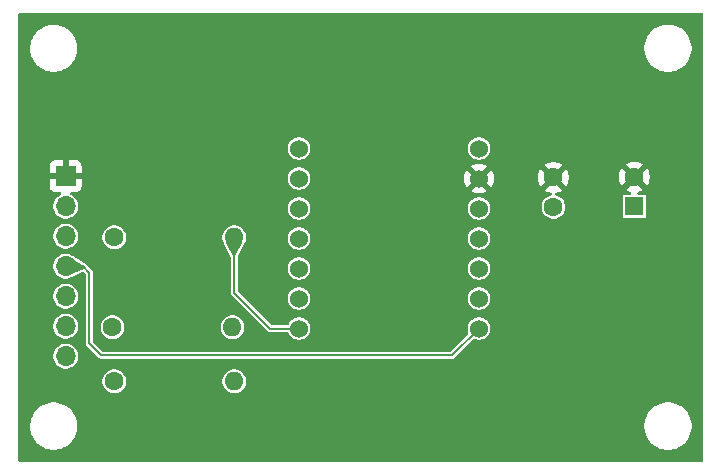
<source format=gbr>
G04 #@! TF.GenerationSoftware,KiCad,Pcbnew,9.0.0*
G04 #@! TF.CreationDate,2025-05-09T14:24:40+09:00*
G04 #@! TF.ProjectId,magnet_module,6d61676e-6574-45f6-9d6f-64756c652e6b,rev?*
G04 #@! TF.SameCoordinates,Original*
G04 #@! TF.FileFunction,Copper,L2,Bot*
G04 #@! TF.FilePolarity,Positive*
%FSLAX46Y46*%
G04 Gerber Fmt 4.6, Leading zero omitted, Abs format (unit mm)*
G04 Created by KiCad (PCBNEW 9.0.0) date 2025-05-09 14:24:40*
%MOMM*%
%LPD*%
G01*
G04 APERTURE LIST*
G04 #@! TA.AperFunction,ComponentPad*
%ADD10C,1.600000*%
G04 #@! TD*
G04 #@! TA.AperFunction,ComponentPad*
%ADD11O,1.600000X1.600000*%
G04 #@! TD*
G04 #@! TA.AperFunction,ComponentPad*
%ADD12R,1.700000X1.700000*%
G04 #@! TD*
G04 #@! TA.AperFunction,ComponentPad*
%ADD13O,1.700000X1.700000*%
G04 #@! TD*
G04 #@! TA.AperFunction,ComponentPad*
%ADD14R,1.600000X1.600000*%
G04 #@! TD*
G04 #@! TA.AperFunction,ComponentPad*
%ADD15C,1.524000*%
G04 #@! TD*
G04 #@! TA.AperFunction,ViaPad*
%ADD16C,0.600000*%
G04 #@! TD*
G04 #@! TA.AperFunction,Conductor*
%ADD17C,0.200000*%
G04 #@! TD*
G04 APERTURE END LIST*
D10*
G04 #@! TO.P,R1,1*
G04 #@! TO.N,Net-(J1-Pin_3)*
X109110225Y-80010000D03*
D11*
G04 #@! TO.P,R1,2*
G04 #@! TO.N,Net-(U1-PB08_A6_TX)*
X119270225Y-80010000D03*
G04 #@! TD*
D10*
G04 #@! TO.P,R3,1*
G04 #@! TO.N,Net-(J1-Pin_7)*
X109110225Y-92202000D03*
D11*
G04 #@! TO.P,R3,2*
G04 #@! TO.N,Net-(U1-PA8_A4_D4_SDA)*
X119270225Y-92202000D03*
G04 #@! TD*
D12*
G04 #@! TO.P,J1,1,Pin_1*
G04 #@! TO.N,GND*
X105000000Y-74840000D03*
D13*
G04 #@! TO.P,J1,2,Pin_2*
G04 #@! TO.N,+3V3*
X105000000Y-77380000D03*
G04 #@! TO.P,J1,3,Pin_3*
G04 #@! TO.N,Net-(J1-Pin_3)*
X105000000Y-79920000D03*
G04 #@! TO.P,J1,4,Pin_4*
G04 #@! TO.N,Net-(J1-Pin_4)*
X105000000Y-82460000D03*
G04 #@! TO.P,J1,5,Pin_5*
G04 #@! TO.N,Net-(J1-Pin_5)*
X105000000Y-85000000D03*
G04 #@! TO.P,J1,6,Pin_6*
G04 #@! TO.N,Net-(J1-Pin_6)*
X105000000Y-87540000D03*
G04 #@! TO.P,J1,7,Pin_7*
G04 #@! TO.N,Net-(J1-Pin_7)*
X105000000Y-90080000D03*
G04 #@! TD*
D10*
G04 #@! TO.P,C1,1*
G04 #@! TO.N,GND*
X146304000Y-74950000D03*
G04 #@! TO.P,C1,2*
G04 #@! TO.N,+3V3*
X146304000Y-77450000D03*
G04 #@! TD*
D14*
G04 #@! TO.P,C2,1*
G04 #@! TO.N,+3V3*
X153162000Y-77405113D03*
D10*
G04 #@! TO.P,C2,2*
G04 #@! TO.N,GND*
X153162000Y-74905113D03*
G04 #@! TD*
G04 #@! TO.P,R2,1*
G04 #@! TO.N,Net-(J1-Pin_6)*
X108966000Y-87630000D03*
D11*
G04 #@! TO.P,R2,2*
G04 #@! TO.N,Net-(U1-PA11_A3_D3)*
X119126000Y-87630000D03*
G04 #@! TD*
D15*
G04 #@! TO.P,U1,1,PA02_A0_D0*
G04 #@! TO.N,unconnected-(U1-PA02_A0_D0-Pad1)*
X124760000Y-72500000D03*
G04 #@! TO.P,U1,2,PA4_A1_D1*
G04 #@! TO.N,Net-(J1-Pin_5)*
X124760000Y-75040000D03*
G04 #@! TO.P,U1,3,PA10_A2_D2*
G04 #@! TO.N,unconnected-(U1-PA10_A2_D2-Pad3)*
X124760000Y-77580000D03*
G04 #@! TO.P,U1,4,PA11_A3_D3*
G04 #@! TO.N,Net-(U1-PA11_A3_D3)*
X124760000Y-80120000D03*
G04 #@! TO.P,U1,5,PA8_A4_D4_SDA*
G04 #@! TO.N,Net-(U1-PA8_A4_D4_SDA)*
X124760000Y-82660000D03*
G04 #@! TO.P,U1,6,PA9_A5_D5_SCL*
G04 #@! TO.N,unconnected-(U1-PA9_A5_D5_SCL-Pad6)*
X124760000Y-85200000D03*
G04 #@! TO.P,U1,7,PB08_A6_TX*
G04 #@! TO.N,Net-(U1-PB08_A6_TX)*
X124760000Y-87740000D03*
G04 #@! TO.P,U1,8,PB09_D7_RX*
G04 #@! TO.N,Net-(J1-Pin_4)*
X140000000Y-87740000D03*
G04 #@! TO.P,U1,9,PA7_A8_D8_SCK*
G04 #@! TO.N,unconnected-(U1-PA7_A8_D8_SCK-Pad9)*
X140000000Y-85200000D03*
G04 #@! TO.P,U1,10,PA5_A9_D9_MISO*
G04 #@! TO.N,unconnected-(U1-PA5_A9_D9_MISO-Pad10)*
X140000000Y-82660000D03*
G04 #@! TO.P,U1,11,PA6_A10_D10_MOSI*
G04 #@! TO.N,unconnected-(U1-PA6_A10_D10_MOSI-Pad11)*
X140000000Y-80120000D03*
G04 #@! TO.P,U1,12,3V3*
G04 #@! TO.N,+3V3*
X140000000Y-77580000D03*
G04 #@! TO.P,U1,13,GND*
G04 #@! TO.N,GND*
X140000000Y-75040000D03*
G04 #@! TO.P,U1,14,5V*
G04 #@! TO.N,unconnected-(U1-5V-Pad14)*
X140000000Y-72500000D03*
G04 #@! TD*
D16*
G04 #@! TO.N,GND*
X137500000Y-87500000D03*
X137500000Y-97500000D03*
X147500000Y-97500000D03*
X132500000Y-92500000D03*
X127500000Y-72500000D03*
X112500000Y-82500000D03*
X117500000Y-97500000D03*
X137500000Y-92500000D03*
X117500000Y-62500000D03*
X117500000Y-77500000D03*
X127500000Y-97500000D03*
X112500000Y-72500000D03*
X132500000Y-72500000D03*
X122500000Y-97500000D03*
X147500000Y-62500000D03*
X147500000Y-87500000D03*
X127500000Y-62500000D03*
X137500000Y-62500000D03*
X152500000Y-82500000D03*
X137500000Y-77500000D03*
X132500000Y-77500000D03*
X132500000Y-82500000D03*
X102500000Y-77500000D03*
X122500000Y-62500000D03*
X132500000Y-62500000D03*
X147500000Y-92500000D03*
X132500000Y-87500000D03*
X152500000Y-87500000D03*
X132500000Y-97500000D03*
X127500000Y-87500000D03*
X142500000Y-62500000D03*
X127500000Y-92500000D03*
X157500000Y-72500000D03*
X157500000Y-82500000D03*
X112500000Y-97500000D03*
X157500000Y-77500000D03*
X142500000Y-92500000D03*
X117500000Y-82500000D03*
X117500000Y-72500000D03*
X137500000Y-72500000D03*
X127500000Y-82500000D03*
X147500000Y-72500000D03*
X127500000Y-77500000D03*
X102500000Y-87500000D03*
X112500000Y-92500000D03*
X147500000Y-82500000D03*
X137500000Y-82500000D03*
X157500000Y-87500000D03*
X122500000Y-92500000D03*
X142500000Y-97500000D03*
X112500000Y-62500000D03*
X112500000Y-87500000D03*
X112500000Y-77500000D03*
X102500000Y-82500000D03*
G04 #@! TD*
D17*
G04 #@! TO.N,Net-(J1-Pin_4)*
X107000000Y-89000000D02*
X108000000Y-90000000D01*
X107000000Y-83000000D02*
X107000000Y-89000000D01*
X106460000Y-82460000D02*
X107000000Y-83000000D01*
X108000000Y-90000000D02*
X137740000Y-90000000D01*
X137740000Y-90000000D02*
X140000000Y-87740000D01*
X105000000Y-82460000D02*
X106460000Y-82460000D01*
G04 #@! TO.N,Net-(U1-PB08_A6_TX)*
X119270225Y-80010000D02*
X119270225Y-84692225D01*
X122318000Y-87740000D02*
X124760000Y-87740000D01*
X119270225Y-84692225D02*
X122318000Y-87740000D01*
G04 #@! TD*
G04 #@! TA.AperFunction,Conductor*
G04 #@! TO.N,GND*
G36*
X158943039Y-61019685D02*
G01*
X158988794Y-61072489D01*
X159000000Y-61124000D01*
X159000000Y-98876000D01*
X158980315Y-98943039D01*
X158927511Y-98988794D01*
X158876000Y-99000000D01*
X101124000Y-99000000D01*
X101056961Y-98980315D01*
X101011206Y-98927511D01*
X101000000Y-98876000D01*
X101000000Y-95868872D01*
X101999500Y-95868872D01*
X101999500Y-96131127D01*
X102026123Y-96333339D01*
X102033730Y-96391116D01*
X102101602Y-96644418D01*
X102101605Y-96644428D01*
X102201953Y-96886690D01*
X102201958Y-96886700D01*
X102333075Y-97113803D01*
X102492718Y-97321851D01*
X102492726Y-97321860D01*
X102678140Y-97507274D01*
X102678148Y-97507281D01*
X102886196Y-97666924D01*
X103113299Y-97798041D01*
X103113309Y-97798046D01*
X103355571Y-97898394D01*
X103355581Y-97898398D01*
X103608884Y-97966270D01*
X103868880Y-98000500D01*
X103868887Y-98000500D01*
X104131113Y-98000500D01*
X104131120Y-98000500D01*
X104391116Y-97966270D01*
X104644419Y-97898398D01*
X104886697Y-97798043D01*
X105113803Y-97666924D01*
X105321851Y-97507282D01*
X105321855Y-97507277D01*
X105321860Y-97507274D01*
X105507274Y-97321860D01*
X105507277Y-97321855D01*
X105507282Y-97321851D01*
X105666924Y-97113803D01*
X105798043Y-96886697D01*
X105898398Y-96644419D01*
X105966270Y-96391116D01*
X106000500Y-96131120D01*
X106000500Y-95868880D01*
X106000499Y-95868872D01*
X153999500Y-95868872D01*
X153999500Y-96131127D01*
X154026123Y-96333339D01*
X154033730Y-96391116D01*
X154101602Y-96644418D01*
X154101605Y-96644428D01*
X154201953Y-96886690D01*
X154201958Y-96886700D01*
X154333075Y-97113803D01*
X154492718Y-97321851D01*
X154492726Y-97321860D01*
X154678140Y-97507274D01*
X154678148Y-97507281D01*
X154886196Y-97666924D01*
X155113299Y-97798041D01*
X155113309Y-97798046D01*
X155355571Y-97898394D01*
X155355581Y-97898398D01*
X155608884Y-97966270D01*
X155868880Y-98000500D01*
X155868887Y-98000500D01*
X156131113Y-98000500D01*
X156131120Y-98000500D01*
X156391116Y-97966270D01*
X156644419Y-97898398D01*
X156886697Y-97798043D01*
X157113803Y-97666924D01*
X157321851Y-97507282D01*
X157321855Y-97507277D01*
X157321860Y-97507274D01*
X157507274Y-97321860D01*
X157507277Y-97321855D01*
X157507282Y-97321851D01*
X157666924Y-97113803D01*
X157798043Y-96886697D01*
X157898398Y-96644419D01*
X157966270Y-96391116D01*
X158000500Y-96131120D01*
X158000500Y-95868880D01*
X157966270Y-95608884D01*
X157898398Y-95355581D01*
X157898394Y-95355571D01*
X157798046Y-95113309D01*
X157798041Y-95113299D01*
X157666924Y-94886196D01*
X157507281Y-94678148D01*
X157507274Y-94678140D01*
X157321860Y-94492726D01*
X157321851Y-94492718D01*
X157113803Y-94333075D01*
X156886700Y-94201958D01*
X156886690Y-94201953D01*
X156644428Y-94101605D01*
X156644421Y-94101603D01*
X156644419Y-94101602D01*
X156391116Y-94033730D01*
X156333339Y-94026123D01*
X156131127Y-93999500D01*
X156131120Y-93999500D01*
X155868880Y-93999500D01*
X155868872Y-93999500D01*
X155637772Y-94029926D01*
X155608884Y-94033730D01*
X155355581Y-94101602D01*
X155355571Y-94101605D01*
X155113309Y-94201953D01*
X155113299Y-94201958D01*
X154886196Y-94333075D01*
X154678148Y-94492718D01*
X154492718Y-94678148D01*
X154333075Y-94886196D01*
X154201958Y-95113299D01*
X154201953Y-95113309D01*
X154101605Y-95355571D01*
X154101602Y-95355581D01*
X154033730Y-95608885D01*
X153999500Y-95868872D01*
X106000499Y-95868872D01*
X105966270Y-95608884D01*
X105898398Y-95355581D01*
X105898394Y-95355571D01*
X105798046Y-95113309D01*
X105798041Y-95113299D01*
X105666924Y-94886196D01*
X105507281Y-94678148D01*
X105507274Y-94678140D01*
X105321860Y-94492726D01*
X105321851Y-94492718D01*
X105113803Y-94333075D01*
X104886700Y-94201958D01*
X104886690Y-94201953D01*
X104644428Y-94101605D01*
X104644421Y-94101603D01*
X104644419Y-94101602D01*
X104391116Y-94033730D01*
X104333339Y-94026123D01*
X104131127Y-93999500D01*
X104131120Y-93999500D01*
X103868880Y-93999500D01*
X103868872Y-93999500D01*
X103637772Y-94029926D01*
X103608884Y-94033730D01*
X103355581Y-94101602D01*
X103355571Y-94101605D01*
X103113309Y-94201953D01*
X103113299Y-94201958D01*
X102886196Y-94333075D01*
X102678148Y-94492718D01*
X102492718Y-94678148D01*
X102333075Y-94886196D01*
X102201958Y-95113299D01*
X102201953Y-95113309D01*
X102101605Y-95355571D01*
X102101602Y-95355581D01*
X102033730Y-95608885D01*
X101999500Y-95868872D01*
X101000000Y-95868872D01*
X101000000Y-92300543D01*
X108109724Y-92300543D01*
X108148172Y-92493829D01*
X108148175Y-92493839D01*
X108223589Y-92675907D01*
X108223596Y-92675920D01*
X108333085Y-92839781D01*
X108333088Y-92839785D01*
X108472439Y-92979136D01*
X108472443Y-92979139D01*
X108636304Y-93088628D01*
X108636317Y-93088635D01*
X108818385Y-93164049D01*
X108818390Y-93164051D01*
X108818394Y-93164051D01*
X108818395Y-93164052D01*
X109011681Y-93202500D01*
X109011684Y-93202500D01*
X109208768Y-93202500D01*
X109338807Y-93176632D01*
X109402060Y-93164051D01*
X109584139Y-93088632D01*
X109748007Y-92979139D01*
X109887364Y-92839782D01*
X109996857Y-92675914D01*
X110072276Y-92493835D01*
X110110725Y-92300543D01*
X118269724Y-92300543D01*
X118308172Y-92493829D01*
X118308175Y-92493839D01*
X118383589Y-92675907D01*
X118383596Y-92675920D01*
X118493085Y-92839781D01*
X118493088Y-92839785D01*
X118632439Y-92979136D01*
X118632443Y-92979139D01*
X118796304Y-93088628D01*
X118796317Y-93088635D01*
X118978385Y-93164049D01*
X118978390Y-93164051D01*
X118978394Y-93164051D01*
X118978395Y-93164052D01*
X119171681Y-93202500D01*
X119171684Y-93202500D01*
X119368768Y-93202500D01*
X119498807Y-93176632D01*
X119562060Y-93164051D01*
X119744139Y-93088632D01*
X119908007Y-92979139D01*
X120047364Y-92839782D01*
X120156857Y-92675914D01*
X120232276Y-92493835D01*
X120270725Y-92300541D01*
X120270725Y-92103459D01*
X120270725Y-92103456D01*
X120232277Y-91910170D01*
X120232276Y-91910169D01*
X120232276Y-91910165D01*
X120232274Y-91910160D01*
X120156860Y-91728092D01*
X120156853Y-91728079D01*
X120047364Y-91564218D01*
X120047361Y-91564214D01*
X119908010Y-91424863D01*
X119908006Y-91424860D01*
X119744145Y-91315371D01*
X119744132Y-91315364D01*
X119562064Y-91239950D01*
X119562054Y-91239947D01*
X119368768Y-91201500D01*
X119368766Y-91201500D01*
X119171684Y-91201500D01*
X119171682Y-91201500D01*
X118978395Y-91239947D01*
X118978385Y-91239950D01*
X118796317Y-91315364D01*
X118796304Y-91315371D01*
X118632443Y-91424860D01*
X118632439Y-91424863D01*
X118493088Y-91564214D01*
X118493085Y-91564218D01*
X118383596Y-91728079D01*
X118383589Y-91728092D01*
X118308175Y-91910160D01*
X118308172Y-91910170D01*
X118269725Y-92103456D01*
X118269725Y-92103459D01*
X118269725Y-92300541D01*
X118269725Y-92300543D01*
X118269724Y-92300543D01*
X110110725Y-92300543D01*
X110110725Y-92300541D01*
X110110725Y-92103459D01*
X110110725Y-92103456D01*
X110072277Y-91910170D01*
X110072276Y-91910169D01*
X110072276Y-91910165D01*
X110072274Y-91910160D01*
X109996860Y-91728092D01*
X109996853Y-91728079D01*
X109887364Y-91564218D01*
X109887361Y-91564214D01*
X109748010Y-91424863D01*
X109748006Y-91424860D01*
X109584145Y-91315371D01*
X109584132Y-91315364D01*
X109402064Y-91239950D01*
X109402054Y-91239947D01*
X109208768Y-91201500D01*
X109208766Y-91201500D01*
X109011684Y-91201500D01*
X109011682Y-91201500D01*
X108818395Y-91239947D01*
X108818385Y-91239950D01*
X108636317Y-91315364D01*
X108636304Y-91315371D01*
X108472443Y-91424860D01*
X108472439Y-91424863D01*
X108333088Y-91564214D01*
X108333085Y-91564218D01*
X108223596Y-91728079D01*
X108223589Y-91728092D01*
X108148175Y-91910160D01*
X108148172Y-91910170D01*
X108109725Y-92103456D01*
X108109725Y-92103459D01*
X108109725Y-92300541D01*
X108109725Y-92300543D01*
X108109724Y-92300543D01*
X101000000Y-92300543D01*
X101000000Y-89976530D01*
X103949500Y-89976530D01*
X103949500Y-90183469D01*
X103989868Y-90386412D01*
X103989870Y-90386420D01*
X104069058Y-90577596D01*
X104184024Y-90749657D01*
X104330342Y-90895975D01*
X104330345Y-90895977D01*
X104502402Y-91010941D01*
X104693580Y-91090130D01*
X104896530Y-91130499D01*
X104896534Y-91130500D01*
X104896535Y-91130500D01*
X105103466Y-91130500D01*
X105103467Y-91130499D01*
X105306420Y-91090130D01*
X105497598Y-91010941D01*
X105669655Y-90895977D01*
X105815977Y-90749655D01*
X105930941Y-90577598D01*
X106010130Y-90386420D01*
X106050500Y-90183465D01*
X106050500Y-89976535D01*
X106010130Y-89773580D01*
X105930941Y-89582402D01*
X105815977Y-89410345D01*
X105815975Y-89410342D01*
X105669657Y-89264024D01*
X105583626Y-89206541D01*
X105497598Y-89149059D01*
X105417765Y-89115991D01*
X105306420Y-89069870D01*
X105306412Y-89069868D01*
X105103469Y-89029500D01*
X105103465Y-89029500D01*
X104896535Y-89029500D01*
X104896530Y-89029500D01*
X104693587Y-89069868D01*
X104693579Y-89069870D01*
X104502403Y-89149058D01*
X104330342Y-89264024D01*
X104184024Y-89410342D01*
X104069058Y-89582403D01*
X103989870Y-89773579D01*
X103989868Y-89773587D01*
X103949500Y-89976530D01*
X101000000Y-89976530D01*
X101000000Y-87436530D01*
X103949500Y-87436530D01*
X103949500Y-87643469D01*
X103989868Y-87846412D01*
X103989870Y-87846420D01*
X104045391Y-87980460D01*
X104069059Y-88037598D01*
X104113365Y-88103907D01*
X104184024Y-88209657D01*
X104330342Y-88355975D01*
X104330345Y-88355977D01*
X104502402Y-88470941D01*
X104693580Y-88550130D01*
X104896530Y-88590499D01*
X104896534Y-88590500D01*
X104896535Y-88590500D01*
X105103466Y-88590500D01*
X105103467Y-88590499D01*
X105306420Y-88550130D01*
X105497598Y-88470941D01*
X105669655Y-88355977D01*
X105815977Y-88209655D01*
X105930941Y-88037598D01*
X106010130Y-87846420D01*
X106050500Y-87643465D01*
X106050500Y-87436535D01*
X106010130Y-87233580D01*
X105930941Y-87042402D01*
X105815977Y-86870345D01*
X105815975Y-86870342D01*
X105669657Y-86724024D01*
X105528190Y-86629500D01*
X105497598Y-86609059D01*
X105306420Y-86529870D01*
X105306412Y-86529868D01*
X105103469Y-86489500D01*
X105103465Y-86489500D01*
X104896535Y-86489500D01*
X104896530Y-86489500D01*
X104693587Y-86529868D01*
X104693579Y-86529870D01*
X104502403Y-86609058D01*
X104330342Y-86724024D01*
X104184024Y-86870342D01*
X104069058Y-87042403D01*
X103989870Y-87233579D01*
X103989868Y-87233587D01*
X103949500Y-87436530D01*
X101000000Y-87436530D01*
X101000000Y-84896530D01*
X103949500Y-84896530D01*
X103949500Y-85103469D01*
X103989868Y-85306412D01*
X103989870Y-85306420D01*
X104069058Y-85497596D01*
X104184024Y-85669657D01*
X104330342Y-85815975D01*
X104330345Y-85815977D01*
X104502402Y-85930941D01*
X104693580Y-86010130D01*
X104896530Y-86050499D01*
X104896534Y-86050500D01*
X104896535Y-86050500D01*
X105103466Y-86050500D01*
X105103467Y-86050499D01*
X105306420Y-86010130D01*
X105497598Y-85930941D01*
X105669655Y-85815977D01*
X105815977Y-85669655D01*
X105930941Y-85497598D01*
X106010130Y-85306420D01*
X106050500Y-85103465D01*
X106050500Y-84896535D01*
X106010130Y-84693580D01*
X105930941Y-84502402D01*
X105815977Y-84330345D01*
X105815975Y-84330342D01*
X105669657Y-84184024D01*
X105583626Y-84126541D01*
X105497598Y-84069059D01*
X105306420Y-83989870D01*
X105306412Y-83989868D01*
X105103469Y-83949500D01*
X105103465Y-83949500D01*
X104896535Y-83949500D01*
X104896530Y-83949500D01*
X104693587Y-83989868D01*
X104693579Y-83989870D01*
X104502403Y-84069058D01*
X104330342Y-84184024D01*
X104184024Y-84330342D01*
X104069058Y-84502403D01*
X103989870Y-84693579D01*
X103989868Y-84693587D01*
X103949500Y-84896530D01*
X101000000Y-84896530D01*
X101000000Y-82356530D01*
X103949500Y-82356530D01*
X103949500Y-82563469D01*
X103987558Y-82754798D01*
X103989870Y-82766420D01*
X104069059Y-82957598D01*
X104087392Y-82985035D01*
X104184024Y-83129657D01*
X104330342Y-83275975D01*
X104330345Y-83275977D01*
X104502402Y-83390941D01*
X104693580Y-83470130D01*
X104896530Y-83510499D01*
X104896534Y-83510500D01*
X104896535Y-83510500D01*
X105103466Y-83510500D01*
X105103467Y-83510499D01*
X105306420Y-83470130D01*
X105497598Y-83390941D01*
X105537591Y-83364217D01*
X105559381Y-83353574D01*
X105559131Y-83353011D01*
X105909578Y-83197251D01*
X106429009Y-82966388D01*
X106450347Y-82963541D01*
X106470522Y-82956017D01*
X106484292Y-82959012D01*
X106498262Y-82957149D01*
X106517756Y-82966292D01*
X106538795Y-82970869D01*
X106557719Y-82985035D01*
X106561519Y-82986818D01*
X106567049Y-82992020D01*
X106663181Y-83088152D01*
X106696666Y-83149475D01*
X106699500Y-83175833D01*
X106699500Y-89039562D01*
X106707621Y-89069868D01*
X106719979Y-89115991D01*
X106719981Y-89115994D01*
X106739070Y-89149056D01*
X106739073Y-89149060D01*
X106759537Y-89184507D01*
X106759539Y-89184510D01*
X106759540Y-89184511D01*
X107815489Y-90240460D01*
X107874829Y-90274720D01*
X107884008Y-90280020D01*
X107884012Y-90280022D01*
X107960438Y-90300500D01*
X107960440Y-90300500D01*
X137779560Y-90300500D01*
X137779562Y-90300500D01*
X137855989Y-90280021D01*
X137924511Y-90240460D01*
X137980460Y-90184511D01*
X139505248Y-88659721D01*
X139566569Y-88626238D01*
X139636260Y-88631222D01*
X139640380Y-88632843D01*
X139719249Y-88665512D01*
X139905197Y-88702499D01*
X139905201Y-88702500D01*
X139905202Y-88702500D01*
X140094799Y-88702500D01*
X140094800Y-88702499D01*
X140280751Y-88665512D01*
X140455915Y-88592956D01*
X140613558Y-88487622D01*
X140747622Y-88353558D01*
X140852956Y-88195915D01*
X140925512Y-88020751D01*
X140962500Y-87834798D01*
X140962500Y-87645202D01*
X140925512Y-87459249D01*
X140852956Y-87284085D01*
X140767425Y-87156079D01*
X140747622Y-87126441D01*
X140613558Y-86992377D01*
X140455912Y-86887042D01*
X140280751Y-86814488D01*
X140280743Y-86814486D01*
X140094802Y-86777500D01*
X140094798Y-86777500D01*
X139905202Y-86777500D01*
X139905197Y-86777500D01*
X139719256Y-86814486D01*
X139719248Y-86814488D01*
X139544087Y-86887042D01*
X139386441Y-86992377D01*
X139252377Y-87126441D01*
X139147042Y-87284087D01*
X139074488Y-87459248D01*
X139074486Y-87459256D01*
X139037500Y-87645197D01*
X139037500Y-87834802D01*
X139074343Y-88020022D01*
X139074488Y-88020751D01*
X139081465Y-88037596D01*
X139107156Y-88099617D01*
X139114625Y-88169086D01*
X139083350Y-88231565D01*
X139080276Y-88234751D01*
X137651848Y-89663181D01*
X137590525Y-89696666D01*
X137564167Y-89699500D01*
X108175833Y-89699500D01*
X108108794Y-89679815D01*
X108088152Y-89663181D01*
X107336819Y-88911848D01*
X107303334Y-88850525D01*
X107300500Y-88824167D01*
X107300500Y-87728543D01*
X107965499Y-87728543D01*
X108003947Y-87921829D01*
X108003950Y-87921839D01*
X108079364Y-88103907D01*
X108079371Y-88103920D01*
X108188860Y-88267781D01*
X108188863Y-88267785D01*
X108328214Y-88407136D01*
X108328218Y-88407139D01*
X108492079Y-88516628D01*
X108492092Y-88516635D01*
X108674160Y-88592049D01*
X108674165Y-88592051D01*
X108674169Y-88592051D01*
X108674170Y-88592052D01*
X108867456Y-88630500D01*
X108867459Y-88630500D01*
X109064543Y-88630500D01*
X109212162Y-88601136D01*
X109257835Y-88592051D01*
X109439914Y-88516632D01*
X109603782Y-88407139D01*
X109743139Y-88267782D01*
X109852632Y-88103914D01*
X109928051Y-87921835D01*
X109966500Y-87728543D01*
X118125499Y-87728543D01*
X118163947Y-87921829D01*
X118163950Y-87921839D01*
X118239364Y-88103907D01*
X118239371Y-88103920D01*
X118348860Y-88267781D01*
X118348863Y-88267785D01*
X118488214Y-88407136D01*
X118488218Y-88407139D01*
X118652079Y-88516628D01*
X118652092Y-88516635D01*
X118834160Y-88592049D01*
X118834165Y-88592051D01*
X118834169Y-88592051D01*
X118834170Y-88592052D01*
X119027456Y-88630500D01*
X119027459Y-88630500D01*
X119224543Y-88630500D01*
X119372162Y-88601136D01*
X119417835Y-88592051D01*
X119599914Y-88516632D01*
X119763782Y-88407139D01*
X119903139Y-88267782D01*
X120012632Y-88103914D01*
X120088051Y-87921835D01*
X120126500Y-87728541D01*
X120126500Y-87531459D01*
X120126500Y-87531456D01*
X120088052Y-87338170D01*
X120088051Y-87338169D01*
X120088051Y-87338165D01*
X120088049Y-87338160D01*
X120012635Y-87156092D01*
X120012628Y-87156079D01*
X119903139Y-86992218D01*
X119903136Y-86992214D01*
X119763785Y-86852863D01*
X119763781Y-86852860D01*
X119599920Y-86743371D01*
X119599907Y-86743364D01*
X119417839Y-86667950D01*
X119417829Y-86667947D01*
X119224543Y-86629500D01*
X119224541Y-86629500D01*
X119027459Y-86629500D01*
X119027457Y-86629500D01*
X118834170Y-86667947D01*
X118834160Y-86667950D01*
X118652092Y-86743364D01*
X118652079Y-86743371D01*
X118488218Y-86852860D01*
X118488214Y-86852863D01*
X118348863Y-86992214D01*
X118348860Y-86992218D01*
X118239371Y-87156079D01*
X118239364Y-87156092D01*
X118163950Y-87338160D01*
X118163947Y-87338170D01*
X118125500Y-87531456D01*
X118125500Y-87531459D01*
X118125500Y-87728541D01*
X118125500Y-87728543D01*
X118125499Y-87728543D01*
X109966500Y-87728543D01*
X109966500Y-87728541D01*
X109966500Y-87531459D01*
X109966500Y-87531456D01*
X109928052Y-87338170D01*
X109928051Y-87338169D01*
X109928051Y-87338165D01*
X109928049Y-87338160D01*
X109852635Y-87156092D01*
X109852628Y-87156079D01*
X109743139Y-86992218D01*
X109743136Y-86992214D01*
X109603785Y-86852863D01*
X109603781Y-86852860D01*
X109439920Y-86743371D01*
X109439907Y-86743364D01*
X109257839Y-86667950D01*
X109257829Y-86667947D01*
X109064543Y-86629500D01*
X109064541Y-86629500D01*
X108867459Y-86629500D01*
X108867457Y-86629500D01*
X108674170Y-86667947D01*
X108674160Y-86667950D01*
X108492092Y-86743364D01*
X108492079Y-86743371D01*
X108328218Y-86852860D01*
X108328214Y-86852863D01*
X108188863Y-86992214D01*
X108188860Y-86992218D01*
X108079371Y-87156079D01*
X108079364Y-87156092D01*
X108003950Y-87338160D01*
X108003947Y-87338170D01*
X107965500Y-87531456D01*
X107965500Y-87531459D01*
X107965500Y-87728541D01*
X107965500Y-87728543D01*
X107965499Y-87728543D01*
X107300500Y-87728543D01*
X107300500Y-82960439D01*
X107299738Y-82957596D01*
X107280021Y-82884011D01*
X107280017Y-82884004D01*
X107240464Y-82815495D01*
X107240458Y-82815487D01*
X106644510Y-82219539D01*
X106627559Y-82209753D01*
X106617742Y-82204085D01*
X106575989Y-82179979D01*
X106499562Y-82159500D01*
X106486042Y-82159500D01*
X106465910Y-82152351D01*
X106454216Y-82143882D01*
X106440365Y-82139815D01*
X106439730Y-82139404D01*
X105594247Y-81587489D01*
X105594244Y-81587488D01*
X105594243Y-81587487D01*
X105594240Y-81587485D01*
X105582637Y-81582784D01*
X105560310Y-81570961D01*
X105497604Y-81529062D01*
X105497595Y-81529057D01*
X105306420Y-81449870D01*
X105306412Y-81449868D01*
X105103469Y-81409500D01*
X105103465Y-81409500D01*
X104896535Y-81409500D01*
X104896530Y-81409500D01*
X104693587Y-81449868D01*
X104693579Y-81449870D01*
X104502403Y-81529058D01*
X104330342Y-81644024D01*
X104184024Y-81790342D01*
X104069058Y-81962403D01*
X103989870Y-82153579D01*
X103989868Y-82153587D01*
X103949500Y-82356530D01*
X101000000Y-82356530D01*
X101000000Y-79816530D01*
X103949500Y-79816530D01*
X103949500Y-80023469D01*
X103989868Y-80226412D01*
X103989870Y-80226420D01*
X104069058Y-80417596D01*
X104184024Y-80589657D01*
X104330342Y-80735975D01*
X104330345Y-80735977D01*
X104502402Y-80850941D01*
X104693580Y-80930130D01*
X104896530Y-80970499D01*
X104896534Y-80970500D01*
X104896535Y-80970500D01*
X105103466Y-80970500D01*
X105103467Y-80970499D01*
X105306420Y-80930130D01*
X105497598Y-80850941D01*
X105669655Y-80735977D01*
X105815977Y-80589655D01*
X105930941Y-80417598D01*
X106010130Y-80226420D01*
X106033577Y-80108543D01*
X108109724Y-80108543D01*
X108148172Y-80301829D01*
X108148175Y-80301839D01*
X108223589Y-80483907D01*
X108223596Y-80483920D01*
X108333085Y-80647781D01*
X108333088Y-80647785D01*
X108472439Y-80787136D01*
X108472443Y-80787139D01*
X108636304Y-80896628D01*
X108636317Y-80896635D01*
X108818385Y-80972049D01*
X108818390Y-80972051D01*
X108818394Y-80972051D01*
X108818395Y-80972052D01*
X109011681Y-81010500D01*
X109011684Y-81010500D01*
X109208768Y-81010500D01*
X109338807Y-80984632D01*
X109402060Y-80972051D01*
X109584139Y-80896632D01*
X109748007Y-80787139D01*
X109887364Y-80647782D01*
X109996857Y-80483914D01*
X110072276Y-80301835D01*
X110110725Y-80108543D01*
X118269724Y-80108543D01*
X118308172Y-80301829D01*
X118308175Y-80301839D01*
X118383589Y-80483906D01*
X118383595Y-80483917D01*
X118410420Y-80524064D01*
X118422087Y-80549693D01*
X118423329Y-80549223D01*
X118425487Y-80554920D01*
X118425488Y-80554922D01*
X118425489Y-80554925D01*
X118956825Y-81626828D01*
X118969725Y-81681898D01*
X118969725Y-84731787D01*
X118990204Y-84808214D01*
X119026334Y-84870794D01*
X119026336Y-84870797D01*
X119026335Y-84870797D01*
X119029575Y-84876407D01*
X119029765Y-84876736D01*
X122133489Y-87980460D01*
X122202012Y-88020022D01*
X122278438Y-88040500D01*
X122357562Y-88040500D01*
X123759814Y-88040500D01*
X123826853Y-88060185D01*
X123872608Y-88112989D01*
X123874375Y-88117047D01*
X123907042Y-88195912D01*
X124012377Y-88353558D01*
X124146441Y-88487622D01*
X124239993Y-88550131D01*
X124304085Y-88592956D01*
X124479249Y-88665512D01*
X124665197Y-88702499D01*
X124665201Y-88702500D01*
X124665202Y-88702500D01*
X124854799Y-88702500D01*
X124854800Y-88702499D01*
X125040751Y-88665512D01*
X125215915Y-88592956D01*
X125373558Y-88487622D01*
X125507622Y-88353558D01*
X125612956Y-88195915D01*
X125685512Y-88020751D01*
X125722500Y-87834798D01*
X125722500Y-87645202D01*
X125685512Y-87459249D01*
X125612956Y-87284085D01*
X125527425Y-87156079D01*
X125507622Y-87126441D01*
X125373558Y-86992377D01*
X125215912Y-86887042D01*
X125040751Y-86814488D01*
X125040743Y-86814486D01*
X124854802Y-86777500D01*
X124854798Y-86777500D01*
X124665202Y-86777500D01*
X124665197Y-86777500D01*
X124479256Y-86814486D01*
X124479248Y-86814488D01*
X124304087Y-86887042D01*
X124146441Y-86992377D01*
X124012377Y-87126441D01*
X123907042Y-87284087D01*
X123874375Y-87362953D01*
X123830533Y-87417357D01*
X123764239Y-87439421D01*
X123759814Y-87439500D01*
X122493833Y-87439500D01*
X122426794Y-87419815D01*
X122406152Y-87403181D01*
X120108168Y-85105197D01*
X123797500Y-85105197D01*
X123797500Y-85294802D01*
X123834486Y-85480743D01*
X123834488Y-85480751D01*
X123907042Y-85655912D01*
X124012377Y-85813558D01*
X124146441Y-85947622D01*
X124239993Y-86010131D01*
X124304085Y-86052956D01*
X124479249Y-86125512D01*
X124665197Y-86162499D01*
X124665201Y-86162500D01*
X124665202Y-86162500D01*
X124854799Y-86162500D01*
X124854800Y-86162499D01*
X125040751Y-86125512D01*
X125215915Y-86052956D01*
X125373558Y-85947622D01*
X125507622Y-85813558D01*
X125612956Y-85655915D01*
X125685512Y-85480751D01*
X125722500Y-85294798D01*
X125722500Y-85105202D01*
X125722499Y-85105197D01*
X139037500Y-85105197D01*
X139037500Y-85294802D01*
X139074486Y-85480743D01*
X139074488Y-85480751D01*
X139147042Y-85655912D01*
X139252377Y-85813558D01*
X139386441Y-85947622D01*
X139479993Y-86010131D01*
X139544085Y-86052956D01*
X139719249Y-86125512D01*
X139905197Y-86162499D01*
X139905201Y-86162500D01*
X139905202Y-86162500D01*
X140094799Y-86162500D01*
X140094800Y-86162499D01*
X140280751Y-86125512D01*
X140455915Y-86052956D01*
X140613558Y-85947622D01*
X140747622Y-85813558D01*
X140852956Y-85655915D01*
X140925512Y-85480751D01*
X140962500Y-85294798D01*
X140962500Y-85105202D01*
X140925512Y-84919249D01*
X140852956Y-84744085D01*
X140759403Y-84604073D01*
X140747622Y-84586441D01*
X140613558Y-84452377D01*
X140455912Y-84347042D01*
X140280751Y-84274488D01*
X140280743Y-84274486D01*
X140094802Y-84237500D01*
X140094798Y-84237500D01*
X139905202Y-84237500D01*
X139905197Y-84237500D01*
X139719256Y-84274486D01*
X139719248Y-84274488D01*
X139544087Y-84347042D01*
X139386441Y-84452377D01*
X139252377Y-84586441D01*
X139147042Y-84744087D01*
X139074488Y-84919248D01*
X139074486Y-84919256D01*
X139037500Y-85105197D01*
X125722499Y-85105197D01*
X125685512Y-84919249D01*
X125612956Y-84744085D01*
X125519403Y-84604073D01*
X125507622Y-84586441D01*
X125373558Y-84452377D01*
X125215912Y-84347042D01*
X125040751Y-84274488D01*
X125040743Y-84274486D01*
X124854802Y-84237500D01*
X124854798Y-84237500D01*
X124665202Y-84237500D01*
X124665197Y-84237500D01*
X124479256Y-84274486D01*
X124479248Y-84274488D01*
X124304087Y-84347042D01*
X124146441Y-84452377D01*
X124012377Y-84586441D01*
X123907042Y-84744087D01*
X123834488Y-84919248D01*
X123834486Y-84919256D01*
X123797500Y-85105197D01*
X120108168Y-85105197D01*
X119607044Y-84604073D01*
X119573559Y-84542750D01*
X119570725Y-84516392D01*
X119570725Y-82565197D01*
X123797500Y-82565197D01*
X123797500Y-82754802D01*
X123834486Y-82940743D01*
X123834488Y-82940751D01*
X123907042Y-83115912D01*
X124012377Y-83273558D01*
X124146441Y-83407622D01*
X124239993Y-83470131D01*
X124304085Y-83512956D01*
X124479249Y-83585512D01*
X124665197Y-83622499D01*
X124665201Y-83622500D01*
X124665202Y-83622500D01*
X124854799Y-83622500D01*
X124854800Y-83622499D01*
X125040751Y-83585512D01*
X125215915Y-83512956D01*
X125373558Y-83407622D01*
X125507622Y-83273558D01*
X125612956Y-83115915D01*
X125685512Y-82940751D01*
X125722500Y-82754798D01*
X125722500Y-82565202D01*
X125722499Y-82565197D01*
X139037500Y-82565197D01*
X139037500Y-82754802D01*
X139074486Y-82940743D01*
X139074488Y-82940751D01*
X139147042Y-83115912D01*
X139252377Y-83273558D01*
X139386441Y-83407622D01*
X139479993Y-83470131D01*
X139544085Y-83512956D01*
X139719249Y-83585512D01*
X139905197Y-83622499D01*
X139905201Y-83622500D01*
X139905202Y-83622500D01*
X140094799Y-83622500D01*
X140094800Y-83622499D01*
X140280751Y-83585512D01*
X140455915Y-83512956D01*
X140613558Y-83407622D01*
X140747622Y-83273558D01*
X140852956Y-83115915D01*
X140925512Y-82940751D01*
X140962500Y-82754798D01*
X140962500Y-82565202D01*
X140925512Y-82379249D01*
X140852956Y-82204085D01*
X140809691Y-82139335D01*
X140747622Y-82046441D01*
X140613558Y-81912377D01*
X140455912Y-81807042D01*
X140280751Y-81734488D01*
X140280743Y-81734486D01*
X140094802Y-81697500D01*
X140094798Y-81697500D01*
X139905202Y-81697500D01*
X139905197Y-81697500D01*
X139719256Y-81734486D01*
X139719248Y-81734488D01*
X139544087Y-81807042D01*
X139386441Y-81912377D01*
X139252377Y-82046441D01*
X139147042Y-82204087D01*
X139074488Y-82379248D01*
X139074486Y-82379256D01*
X139037500Y-82565197D01*
X125722499Y-82565197D01*
X125685512Y-82379249D01*
X125612956Y-82204085D01*
X125569691Y-82139335D01*
X125507622Y-82046441D01*
X125373558Y-81912377D01*
X125215912Y-81807042D01*
X125040751Y-81734488D01*
X125040743Y-81734486D01*
X124854802Y-81697500D01*
X124854798Y-81697500D01*
X124665202Y-81697500D01*
X124665197Y-81697500D01*
X124479256Y-81734486D01*
X124479248Y-81734488D01*
X124304087Y-81807042D01*
X124146441Y-81912377D01*
X124012377Y-82046441D01*
X123907042Y-82204087D01*
X123834488Y-82379248D01*
X123834486Y-82379256D01*
X123797500Y-82565197D01*
X119570725Y-82565197D01*
X119570725Y-81681898D01*
X119583625Y-81626827D01*
X119607819Y-81578019D01*
X120114960Y-80554924D01*
X120114961Y-80554920D01*
X120116838Y-80550198D01*
X120117457Y-80550444D01*
X120129784Y-80524429D01*
X120156857Y-80483914D01*
X120232276Y-80301835D01*
X120270725Y-80108541D01*
X120270725Y-80025197D01*
X123797500Y-80025197D01*
X123797500Y-80214802D01*
X123834486Y-80400743D01*
X123834488Y-80400751D01*
X123907042Y-80575912D01*
X124012377Y-80733558D01*
X124146441Y-80867622D01*
X124239993Y-80930131D01*
X124304085Y-80972956D01*
X124479249Y-81045512D01*
X124665197Y-81082499D01*
X124665201Y-81082500D01*
X124665202Y-81082500D01*
X124854799Y-81082500D01*
X124854800Y-81082499D01*
X125040751Y-81045512D01*
X125215915Y-80972956D01*
X125373558Y-80867622D01*
X125507622Y-80733558D01*
X125612956Y-80575915D01*
X125685512Y-80400751D01*
X125722500Y-80214798D01*
X125722500Y-80025202D01*
X125722499Y-80025197D01*
X139037500Y-80025197D01*
X139037500Y-80214802D01*
X139074486Y-80400743D01*
X139074488Y-80400751D01*
X139147042Y-80575912D01*
X139252377Y-80733558D01*
X139386441Y-80867622D01*
X139479993Y-80930131D01*
X139544085Y-80972956D01*
X139719249Y-81045512D01*
X139905197Y-81082499D01*
X139905201Y-81082500D01*
X139905202Y-81082500D01*
X140094799Y-81082500D01*
X140094800Y-81082499D01*
X140280751Y-81045512D01*
X140455915Y-80972956D01*
X140613558Y-80867622D01*
X140747622Y-80733558D01*
X140852956Y-80575915D01*
X140925512Y-80400751D01*
X140962500Y-80214798D01*
X140962500Y-80025202D01*
X140925512Y-79839249D01*
X140852956Y-79664085D01*
X140767425Y-79536079D01*
X140747622Y-79506441D01*
X140613558Y-79372377D01*
X140455912Y-79267042D01*
X140280751Y-79194488D01*
X140280743Y-79194486D01*
X140094802Y-79157500D01*
X140094798Y-79157500D01*
X139905202Y-79157500D01*
X139905197Y-79157500D01*
X139719256Y-79194486D01*
X139719248Y-79194488D01*
X139544087Y-79267042D01*
X139386441Y-79372377D01*
X139252377Y-79506441D01*
X139147042Y-79664087D01*
X139074488Y-79839248D01*
X139074486Y-79839256D01*
X139037500Y-80025197D01*
X125722499Y-80025197D01*
X125685512Y-79839249D01*
X125612956Y-79664085D01*
X125527425Y-79536079D01*
X125507622Y-79506441D01*
X125373558Y-79372377D01*
X125215912Y-79267042D01*
X125040751Y-79194488D01*
X125040743Y-79194486D01*
X124854802Y-79157500D01*
X124854798Y-79157500D01*
X124665202Y-79157500D01*
X124665197Y-79157500D01*
X124479256Y-79194486D01*
X124479248Y-79194488D01*
X124304087Y-79267042D01*
X124146441Y-79372377D01*
X124012377Y-79506441D01*
X123907042Y-79664087D01*
X123834488Y-79839248D01*
X123834486Y-79839256D01*
X123797500Y-80025197D01*
X120270725Y-80025197D01*
X120270725Y-79911459D01*
X120270725Y-79911456D01*
X120232277Y-79718170D01*
X120232276Y-79718169D01*
X120232276Y-79718165D01*
X120232274Y-79718160D01*
X120156860Y-79536092D01*
X120156853Y-79536079D01*
X120047364Y-79372218D01*
X120047361Y-79372214D01*
X119908010Y-79232863D01*
X119908006Y-79232860D01*
X119744145Y-79123371D01*
X119744132Y-79123364D01*
X119562064Y-79047950D01*
X119562054Y-79047947D01*
X119368768Y-79009500D01*
X119368766Y-79009500D01*
X119171684Y-79009500D01*
X119171682Y-79009500D01*
X118978395Y-79047947D01*
X118978385Y-79047950D01*
X118796317Y-79123364D01*
X118796304Y-79123371D01*
X118632443Y-79232860D01*
X118632439Y-79232863D01*
X118493088Y-79372214D01*
X118493085Y-79372218D01*
X118383596Y-79536079D01*
X118383589Y-79536092D01*
X118308175Y-79718160D01*
X118308172Y-79718170D01*
X118269725Y-79911456D01*
X118269725Y-79911459D01*
X118269725Y-80108541D01*
X118269725Y-80108543D01*
X118269724Y-80108543D01*
X110110725Y-80108543D01*
X110110725Y-80108541D01*
X110110725Y-79911459D01*
X110110725Y-79911456D01*
X110072277Y-79718170D01*
X110072276Y-79718169D01*
X110072276Y-79718165D01*
X110072274Y-79718160D01*
X109996860Y-79536092D01*
X109996853Y-79536079D01*
X109887364Y-79372218D01*
X109887361Y-79372214D01*
X109748010Y-79232863D01*
X109748006Y-79232860D01*
X109584145Y-79123371D01*
X109584132Y-79123364D01*
X109402064Y-79047950D01*
X109402054Y-79047947D01*
X109208768Y-79009500D01*
X109208766Y-79009500D01*
X109011684Y-79009500D01*
X109011682Y-79009500D01*
X108818395Y-79047947D01*
X108818385Y-79047950D01*
X108636317Y-79123364D01*
X108636304Y-79123371D01*
X108472443Y-79232860D01*
X108472439Y-79232863D01*
X108333088Y-79372214D01*
X108333085Y-79372218D01*
X108223596Y-79536079D01*
X108223589Y-79536092D01*
X108148175Y-79718160D01*
X108148172Y-79718170D01*
X108109725Y-79911456D01*
X108109725Y-79911459D01*
X108109725Y-80108541D01*
X108109725Y-80108543D01*
X108109724Y-80108543D01*
X106033577Y-80108543D01*
X106050500Y-80023465D01*
X106050500Y-79816535D01*
X106010130Y-79613580D01*
X105930941Y-79422402D01*
X105815977Y-79250345D01*
X105815975Y-79250342D01*
X105669657Y-79104024D01*
X105528190Y-79009500D01*
X105497598Y-78989059D01*
X105306420Y-78909870D01*
X105306412Y-78909868D01*
X105103469Y-78869500D01*
X105103465Y-78869500D01*
X104896535Y-78869500D01*
X104896530Y-78869500D01*
X104693587Y-78909868D01*
X104693579Y-78909870D01*
X104502403Y-78989058D01*
X104330342Y-79104024D01*
X104184024Y-79250342D01*
X104069058Y-79422403D01*
X103989870Y-79613579D01*
X103989868Y-79613587D01*
X103949500Y-79816530D01*
X101000000Y-79816530D01*
X101000000Y-73942155D01*
X103650000Y-73942155D01*
X103650000Y-74590000D01*
X104566988Y-74590000D01*
X104534075Y-74647007D01*
X104500000Y-74774174D01*
X104500000Y-74905826D01*
X104534075Y-75032993D01*
X104566988Y-75090000D01*
X103650000Y-75090000D01*
X103650000Y-75737844D01*
X103656401Y-75797372D01*
X103656403Y-75797379D01*
X103706645Y-75932086D01*
X103706649Y-75932093D01*
X103792809Y-76047187D01*
X103792812Y-76047190D01*
X103907906Y-76133350D01*
X103907913Y-76133354D01*
X104042620Y-76183596D01*
X104042627Y-76183598D01*
X104102155Y-76189999D01*
X104102172Y-76190000D01*
X104504435Y-76190000D01*
X104571474Y-76209685D01*
X104617229Y-76262489D01*
X104627173Y-76331647D01*
X104598148Y-76395203D01*
X104551888Y-76428561D01*
X104502403Y-76449058D01*
X104330342Y-76564024D01*
X104184024Y-76710342D01*
X104069058Y-76882403D01*
X103989870Y-77073579D01*
X103989868Y-77073587D01*
X103949500Y-77276530D01*
X103949500Y-77483469D01*
X103987558Y-77674798D01*
X103989870Y-77686420D01*
X104069059Y-77877598D01*
X104100006Y-77923914D01*
X104184024Y-78049657D01*
X104330342Y-78195975D01*
X104330345Y-78195977D01*
X104502402Y-78310941D01*
X104693580Y-78390130D01*
X104896530Y-78430499D01*
X104896534Y-78430500D01*
X104896535Y-78430500D01*
X105103466Y-78430500D01*
X105103467Y-78430499D01*
X105306420Y-78390130D01*
X105497598Y-78310941D01*
X105669655Y-78195977D01*
X105815977Y-78049655D01*
X105930941Y-77877598D01*
X106010130Y-77686420D01*
X106050155Y-77485197D01*
X123797500Y-77485197D01*
X123797500Y-77674802D01*
X123834486Y-77860743D01*
X123834488Y-77860751D01*
X123907042Y-78035912D01*
X124012377Y-78193558D01*
X124146441Y-78327622D01*
X124239993Y-78390131D01*
X124304085Y-78432956D01*
X124479249Y-78505512D01*
X124665197Y-78542499D01*
X124665201Y-78542500D01*
X124665202Y-78542500D01*
X124854799Y-78542500D01*
X124854800Y-78542499D01*
X125040751Y-78505512D01*
X125215915Y-78432956D01*
X125373558Y-78327622D01*
X125507622Y-78193558D01*
X125612956Y-78035915D01*
X125685512Y-77860751D01*
X125722500Y-77674798D01*
X125722500Y-77485202D01*
X125722499Y-77485197D01*
X139037500Y-77485197D01*
X139037500Y-77674802D01*
X139074486Y-77860743D01*
X139074488Y-77860751D01*
X139147042Y-78035912D01*
X139252377Y-78193558D01*
X139386441Y-78327622D01*
X139479993Y-78390131D01*
X139544085Y-78432956D01*
X139719249Y-78505512D01*
X139905197Y-78542499D01*
X139905201Y-78542500D01*
X139905202Y-78542500D01*
X140094799Y-78542500D01*
X140094800Y-78542499D01*
X140280751Y-78505512D01*
X140455915Y-78432956D01*
X140613558Y-78327622D01*
X140747622Y-78193558D01*
X140852956Y-78035915D01*
X140925512Y-77860751D01*
X140962500Y-77674798D01*
X140962500Y-77485202D01*
X140962154Y-77483465D01*
X140939498Y-77369558D01*
X140925513Y-77299256D01*
X140925512Y-77299249D01*
X140852956Y-77124085D01*
X140817686Y-77071300D01*
X140747622Y-76966441D01*
X140613558Y-76832377D01*
X140455912Y-76727042D01*
X140280751Y-76654488D01*
X140280743Y-76654486D01*
X140094802Y-76617500D01*
X140094798Y-76617500D01*
X139905202Y-76617500D01*
X139905197Y-76617500D01*
X139719256Y-76654486D01*
X139719248Y-76654488D01*
X139544087Y-76727042D01*
X139386441Y-76832377D01*
X139252377Y-76966441D01*
X139147042Y-77124087D01*
X139074488Y-77299248D01*
X139074486Y-77299256D01*
X139037500Y-77485197D01*
X125722499Y-77485197D01*
X125685512Y-77299249D01*
X125612956Y-77124085D01*
X125577686Y-77071300D01*
X125507622Y-76966441D01*
X125373558Y-76832377D01*
X125215912Y-76727042D01*
X125040751Y-76654488D01*
X125040743Y-76654486D01*
X124854802Y-76617500D01*
X124854798Y-76617500D01*
X124665202Y-76617500D01*
X124665197Y-76617500D01*
X124479256Y-76654486D01*
X124479248Y-76654488D01*
X124304087Y-76727042D01*
X124146441Y-76832377D01*
X124012377Y-76966441D01*
X123907042Y-77124087D01*
X123834488Y-77299248D01*
X123834486Y-77299256D01*
X123797500Y-77485197D01*
X106050155Y-77485197D01*
X106050500Y-77483465D01*
X106050500Y-77276535D01*
X106010130Y-77073580D01*
X105930941Y-76882402D01*
X105815977Y-76710345D01*
X105815975Y-76710342D01*
X105669657Y-76564024D01*
X105514812Y-76460561D01*
X105497598Y-76449059D01*
X105493781Y-76447478D01*
X105448112Y-76428561D01*
X105393709Y-76384720D01*
X105371644Y-76318426D01*
X105388923Y-76250726D01*
X105440061Y-76203116D01*
X105495565Y-76190000D01*
X105897828Y-76190000D01*
X105897844Y-76189999D01*
X105957372Y-76183598D01*
X105957379Y-76183596D01*
X106092086Y-76133354D01*
X106092093Y-76133350D01*
X106207187Y-76047190D01*
X106207190Y-76047187D01*
X106293350Y-75932093D01*
X106293354Y-75932086D01*
X106343596Y-75797379D01*
X106343598Y-75797372D01*
X106349999Y-75737844D01*
X106350000Y-75737827D01*
X106350000Y-75090000D01*
X105433012Y-75090000D01*
X105465925Y-75032993D01*
X105489450Y-74945197D01*
X123797500Y-74945197D01*
X123797500Y-75134802D01*
X123834486Y-75320743D01*
X123834488Y-75320751D01*
X123907042Y-75495912D01*
X124012377Y-75653558D01*
X124146441Y-75787622D01*
X124251300Y-75857686D01*
X124304085Y-75892956D01*
X124479249Y-75965512D01*
X124665197Y-76002499D01*
X124665201Y-76002500D01*
X124665202Y-76002500D01*
X124854799Y-76002500D01*
X124854800Y-76002499D01*
X125040751Y-75965512D01*
X125215915Y-75892956D01*
X125373558Y-75787622D01*
X125507622Y-75653558D01*
X125612956Y-75495915D01*
X125685512Y-75320751D01*
X125722500Y-75134798D01*
X125722500Y-74945202D01*
X125722500Y-74945199D01*
X125721601Y-74940678D01*
X138738000Y-74940678D01*
X138738000Y-75139321D01*
X138769075Y-75335520D01*
X138769075Y-75335523D01*
X138830457Y-75524437D01*
X138920641Y-75701432D01*
X138947730Y-75738715D01*
X138947731Y-75738716D01*
X139562352Y-75124094D01*
X139585792Y-75211571D01*
X139644311Y-75312930D01*
X139727070Y-75395689D01*
X139828429Y-75454208D01*
X139915905Y-75477647D01*
X139301283Y-76092268D01*
X139301283Y-76092269D01*
X139338567Y-76119358D01*
X139515562Y-76209542D01*
X139704477Y-76270924D01*
X139900679Y-76302000D01*
X140099321Y-76302000D01*
X140295520Y-76270924D01*
X140295523Y-76270924D01*
X140484437Y-76209542D01*
X140661425Y-76119362D01*
X140698716Y-76092268D01*
X140084095Y-75477647D01*
X140171571Y-75454208D01*
X140272930Y-75395689D01*
X140355689Y-75312930D01*
X140414208Y-75211571D01*
X140437647Y-75124094D01*
X141052268Y-75738715D01*
X141079362Y-75701425D01*
X141169542Y-75524437D01*
X141230924Y-75335523D01*
X141230924Y-75335520D01*
X141262000Y-75139321D01*
X141262000Y-74940679D01*
X141249572Y-74862214D01*
X141247270Y-74847682D01*
X145004000Y-74847682D01*
X145004000Y-75052317D01*
X145036009Y-75254417D01*
X145099244Y-75449031D01*
X145192141Y-75631350D01*
X145192147Y-75631359D01*
X145224523Y-75675921D01*
X145224524Y-75675922D01*
X145904000Y-74996446D01*
X145904000Y-75002661D01*
X145931259Y-75104394D01*
X145983920Y-75195606D01*
X146058394Y-75270080D01*
X146149606Y-75322741D01*
X146251339Y-75350000D01*
X146257553Y-75350000D01*
X145578076Y-76029474D01*
X145622650Y-76061859D01*
X145804968Y-76154755D01*
X145999576Y-76217988D01*
X146076317Y-76230142D01*
X146139452Y-76260071D01*
X146176384Y-76319383D01*
X146175386Y-76389245D01*
X146136777Y-76447478D01*
X146081113Y-76474233D01*
X146012169Y-76487947D01*
X146012160Y-76487950D01*
X145830092Y-76563364D01*
X145830079Y-76563371D01*
X145666218Y-76672860D01*
X145666214Y-76672863D01*
X145526863Y-76812214D01*
X145526860Y-76812218D01*
X145417371Y-76976079D01*
X145417364Y-76976092D01*
X145341950Y-77158160D01*
X145341947Y-77158170D01*
X145303500Y-77351456D01*
X145303500Y-77351459D01*
X145303500Y-77548541D01*
X145303500Y-77548543D01*
X145303499Y-77548543D01*
X145341947Y-77741829D01*
X145341950Y-77741839D01*
X145417364Y-77923907D01*
X145417371Y-77923920D01*
X145526860Y-78087781D01*
X145526863Y-78087785D01*
X145666214Y-78227136D01*
X145666218Y-78227139D01*
X145830079Y-78336628D01*
X145830092Y-78336635D01*
X145996622Y-78405613D01*
X146012165Y-78412051D01*
X146012169Y-78412051D01*
X146012170Y-78412052D01*
X146205456Y-78450500D01*
X146205459Y-78450500D01*
X146402543Y-78450500D01*
X146532582Y-78424632D01*
X146595835Y-78412051D01*
X146777914Y-78336632D01*
X146941782Y-78227139D01*
X147081139Y-78087782D01*
X147190632Y-77923914D01*
X147266051Y-77741835D01*
X147304500Y-77548541D01*
X147304500Y-77351459D01*
X147304500Y-77351456D01*
X147266052Y-77158170D01*
X147266051Y-77158169D01*
X147266051Y-77158165D01*
X147231015Y-77073579D01*
X147190635Y-76976092D01*
X147190628Y-76976079D01*
X147081139Y-76812218D01*
X147081136Y-76812214D01*
X146941784Y-76672862D01*
X146777920Y-76563371D01*
X146777907Y-76563364D01*
X146595839Y-76487950D01*
X146595830Y-76487947D01*
X146526886Y-76474233D01*
X146464976Y-76441847D01*
X146430402Y-76381131D01*
X146434143Y-76311361D01*
X146475010Y-76254690D01*
X146531682Y-76230142D01*
X146608423Y-76217988D01*
X146803031Y-76154755D01*
X146985349Y-76061859D01*
X147029921Y-76029474D01*
X146350447Y-75350000D01*
X146356661Y-75350000D01*
X146458394Y-75322741D01*
X146549606Y-75270080D01*
X146624080Y-75195606D01*
X146676741Y-75104394D01*
X146704000Y-75002661D01*
X146704000Y-74996447D01*
X147383474Y-75675921D01*
X147415859Y-75631349D01*
X147508755Y-75449031D01*
X147571990Y-75254417D01*
X147604000Y-75052317D01*
X147604000Y-74847682D01*
X147599192Y-74817327D01*
X147596890Y-74802795D01*
X151862000Y-74802795D01*
X151862000Y-75007430D01*
X151894009Y-75209530D01*
X151957244Y-75404144D01*
X152050141Y-75586463D01*
X152050147Y-75586472D01*
X152082523Y-75631034D01*
X152082524Y-75631035D01*
X152762000Y-74951559D01*
X152762000Y-74957774D01*
X152789259Y-75059507D01*
X152841920Y-75150719D01*
X152916394Y-75225193D01*
X153007606Y-75277854D01*
X153109339Y-75305113D01*
X153115553Y-75305113D01*
X152436076Y-75984587D01*
X152480650Y-76016972D01*
X152662968Y-76109868D01*
X152825510Y-76162682D01*
X152883185Y-76202120D01*
X152910383Y-76266479D01*
X152898468Y-76335325D01*
X152851224Y-76386801D01*
X152787191Y-76404613D01*
X152342247Y-76404613D01*
X152283770Y-76416244D01*
X152283769Y-76416245D01*
X152217447Y-76460560D01*
X152173132Y-76526882D01*
X152173131Y-76526883D01*
X152161500Y-76585360D01*
X152161500Y-78224865D01*
X152173131Y-78283342D01*
X152173132Y-78283343D01*
X152217447Y-78349665D01*
X152283769Y-78393980D01*
X152283770Y-78393981D01*
X152342247Y-78405612D01*
X152342250Y-78405613D01*
X152342252Y-78405613D01*
X153981750Y-78405613D01*
X153981751Y-78405612D01*
X153996568Y-78402665D01*
X154040229Y-78393981D01*
X154040229Y-78393980D01*
X154040231Y-78393980D01*
X154106552Y-78349665D01*
X154150867Y-78283344D01*
X154150867Y-78283342D01*
X154150868Y-78283342D01*
X154162499Y-78224865D01*
X154162500Y-78224863D01*
X154162500Y-76585362D01*
X154162499Y-76585360D01*
X154150868Y-76526883D01*
X154150867Y-76526882D01*
X154106552Y-76460560D01*
X154040230Y-76416245D01*
X154040229Y-76416244D01*
X153981752Y-76404613D01*
X153981748Y-76404613D01*
X153536809Y-76404613D01*
X153469770Y-76384928D01*
X153424015Y-76332124D01*
X153414071Y-76262966D01*
X153443096Y-76199410D01*
X153498490Y-76162682D01*
X153661031Y-76109868D01*
X153843349Y-76016972D01*
X153887921Y-75984587D01*
X153208447Y-75305113D01*
X153214661Y-75305113D01*
X153316394Y-75277854D01*
X153407606Y-75225193D01*
X153482080Y-75150719D01*
X153534741Y-75059507D01*
X153562000Y-74957774D01*
X153562000Y-74951561D01*
X154241474Y-75631035D01*
X154241474Y-75631034D01*
X154273859Y-75586462D01*
X154366755Y-75404144D01*
X154429990Y-75209530D01*
X154462000Y-75007430D01*
X154462000Y-74802795D01*
X154429990Y-74600695D01*
X154366755Y-74406081D01*
X154273859Y-74223763D01*
X154241474Y-74179190D01*
X154241474Y-74179189D01*
X153562000Y-74858664D01*
X153562000Y-74852452D01*
X153534741Y-74750719D01*
X153482080Y-74659507D01*
X153407606Y-74585033D01*
X153316394Y-74532372D01*
X153214661Y-74505113D01*
X153208446Y-74505113D01*
X153887922Y-73825637D01*
X153887921Y-73825636D01*
X153843359Y-73793260D01*
X153843350Y-73793254D01*
X153661031Y-73700357D01*
X153466417Y-73637122D01*
X153264317Y-73605113D01*
X153059683Y-73605113D01*
X152857582Y-73637122D01*
X152662968Y-73700357D01*
X152480644Y-73793256D01*
X152436077Y-73825636D01*
X152436077Y-73825637D01*
X153115554Y-74505113D01*
X153109339Y-74505113D01*
X153007606Y-74532372D01*
X152916394Y-74585033D01*
X152841920Y-74659507D01*
X152789259Y-74750719D01*
X152762000Y-74852452D01*
X152762000Y-74858666D01*
X152082524Y-74179190D01*
X152082523Y-74179190D01*
X152050143Y-74223757D01*
X151957244Y-74406081D01*
X151894009Y-74600695D01*
X151862000Y-74802795D01*
X147596890Y-74802795D01*
X147571990Y-74645582D01*
X147508755Y-74450968D01*
X147415859Y-74268650D01*
X147383474Y-74224077D01*
X147383474Y-74224076D01*
X146704000Y-74903551D01*
X146704000Y-74897339D01*
X146676741Y-74795606D01*
X146624080Y-74704394D01*
X146549606Y-74629920D01*
X146458394Y-74577259D01*
X146356661Y-74550000D01*
X146350446Y-74550000D01*
X147029921Y-73870525D01*
X147029921Y-73870522D01*
X146985359Y-73838147D01*
X146985350Y-73838141D01*
X146803031Y-73745244D01*
X146608417Y-73682009D01*
X146406317Y-73650000D01*
X146201683Y-73650000D01*
X145999582Y-73682009D01*
X145804968Y-73745244D01*
X145622644Y-73838143D01*
X145578077Y-73870523D01*
X145578077Y-73870524D01*
X146257554Y-74550000D01*
X146251339Y-74550000D01*
X146149606Y-74577259D01*
X146058394Y-74629920D01*
X145983920Y-74704394D01*
X145931259Y-74795606D01*
X145904000Y-74897339D01*
X145904000Y-74903553D01*
X145224524Y-74224077D01*
X145224523Y-74224077D01*
X145192143Y-74268644D01*
X145099244Y-74450968D01*
X145036009Y-74645582D01*
X145004000Y-74847682D01*
X141247270Y-74847682D01*
X141230924Y-74744479D01*
X141230924Y-74744476D01*
X141169542Y-74555562D01*
X141079358Y-74378567D01*
X141052268Y-74341283D01*
X140437647Y-74955904D01*
X140414208Y-74868429D01*
X140355689Y-74767070D01*
X140272930Y-74684311D01*
X140171571Y-74625792D01*
X140084094Y-74602352D01*
X140698716Y-73987731D01*
X140698715Y-73987730D01*
X140661432Y-73960641D01*
X140484437Y-73870457D01*
X140295522Y-73809075D01*
X140099321Y-73778000D01*
X139900679Y-73778000D01*
X139704479Y-73809075D01*
X139704476Y-73809075D01*
X139515562Y-73870457D01*
X139338564Y-73960643D01*
X139301283Y-73987729D01*
X139301282Y-73987730D01*
X139915906Y-74602352D01*
X139828429Y-74625792D01*
X139727070Y-74684311D01*
X139644311Y-74767070D01*
X139585792Y-74868429D01*
X139562352Y-74955905D01*
X138947730Y-74341282D01*
X138947729Y-74341283D01*
X138920643Y-74378564D01*
X138830457Y-74555562D01*
X138769075Y-74744476D01*
X138769075Y-74744479D01*
X138738000Y-74940678D01*
X125721601Y-74940678D01*
X125692744Y-74795606D01*
X125685512Y-74759249D01*
X125612956Y-74584085D01*
X125577686Y-74531300D01*
X125507622Y-74426441D01*
X125373558Y-74292377D01*
X125215912Y-74187042D01*
X125125400Y-74149551D01*
X125040751Y-74114488D01*
X125040743Y-74114486D01*
X124854802Y-74077500D01*
X124854798Y-74077500D01*
X124665202Y-74077500D01*
X124665197Y-74077500D01*
X124479256Y-74114486D01*
X124479248Y-74114488D01*
X124304087Y-74187042D01*
X124146441Y-74292377D01*
X124012377Y-74426441D01*
X123907042Y-74584087D01*
X123834488Y-74759248D01*
X123834486Y-74759256D01*
X123797500Y-74945197D01*
X105489450Y-74945197D01*
X105500000Y-74905826D01*
X105500000Y-74774174D01*
X105465925Y-74647007D01*
X105433012Y-74590000D01*
X106350000Y-74590000D01*
X106350000Y-73942172D01*
X106349999Y-73942155D01*
X106343598Y-73882624D01*
X106343596Y-73882620D01*
X106293354Y-73747913D01*
X106293350Y-73747906D01*
X106207190Y-73632812D01*
X106207187Y-73632809D01*
X106092093Y-73546649D01*
X106092086Y-73546645D01*
X105957379Y-73496403D01*
X105957372Y-73496401D01*
X105897844Y-73490000D01*
X105250000Y-73490000D01*
X105250000Y-74406988D01*
X105192993Y-74374075D01*
X105065826Y-74340000D01*
X104934174Y-74340000D01*
X104807007Y-74374075D01*
X104750000Y-74406988D01*
X104750000Y-73490000D01*
X104102155Y-73490000D01*
X104042627Y-73496401D01*
X104042620Y-73496403D01*
X103907913Y-73546645D01*
X103907906Y-73546649D01*
X103792812Y-73632809D01*
X103792809Y-73632812D01*
X103706649Y-73747906D01*
X103706645Y-73747913D01*
X103656403Y-73882620D01*
X103656402Y-73882624D01*
X103650000Y-73942155D01*
X101000000Y-73942155D01*
X101000000Y-72405197D01*
X123797500Y-72405197D01*
X123797500Y-72594802D01*
X123834486Y-72780743D01*
X123834488Y-72780751D01*
X123907042Y-72955912D01*
X124012377Y-73113558D01*
X124146441Y-73247622D01*
X124251300Y-73317686D01*
X124304085Y-73352956D01*
X124479249Y-73425512D01*
X124665197Y-73462499D01*
X124665201Y-73462500D01*
X124665202Y-73462500D01*
X124854799Y-73462500D01*
X124854800Y-73462499D01*
X125040751Y-73425512D01*
X125215915Y-73352956D01*
X125373558Y-73247622D01*
X125507622Y-73113558D01*
X125612956Y-72955915D01*
X125685512Y-72780751D01*
X125722500Y-72594798D01*
X125722500Y-72405202D01*
X125722499Y-72405197D01*
X139037500Y-72405197D01*
X139037500Y-72594802D01*
X139074486Y-72780743D01*
X139074488Y-72780751D01*
X139147042Y-72955912D01*
X139252377Y-73113558D01*
X139386441Y-73247622D01*
X139491300Y-73317686D01*
X139544085Y-73352956D01*
X139719249Y-73425512D01*
X139905197Y-73462499D01*
X139905201Y-73462500D01*
X139905202Y-73462500D01*
X140094799Y-73462500D01*
X140094800Y-73462499D01*
X140280751Y-73425512D01*
X140455915Y-73352956D01*
X140613558Y-73247622D01*
X140747622Y-73113558D01*
X140852956Y-72955915D01*
X140925512Y-72780751D01*
X140962500Y-72594798D01*
X140962500Y-72405202D01*
X140925512Y-72219249D01*
X140852956Y-72044085D01*
X140817686Y-71991300D01*
X140747622Y-71886441D01*
X140613558Y-71752377D01*
X140455912Y-71647042D01*
X140280751Y-71574488D01*
X140280743Y-71574486D01*
X140094802Y-71537500D01*
X140094798Y-71537500D01*
X139905202Y-71537500D01*
X139905197Y-71537500D01*
X139719256Y-71574486D01*
X139719248Y-71574488D01*
X139544087Y-71647042D01*
X139386441Y-71752377D01*
X139252377Y-71886441D01*
X139147042Y-72044087D01*
X139074488Y-72219248D01*
X139074486Y-72219256D01*
X139037500Y-72405197D01*
X125722499Y-72405197D01*
X125685512Y-72219249D01*
X125612956Y-72044085D01*
X125577686Y-71991300D01*
X125507622Y-71886441D01*
X125373558Y-71752377D01*
X125215912Y-71647042D01*
X125040751Y-71574488D01*
X125040743Y-71574486D01*
X124854802Y-71537500D01*
X124854798Y-71537500D01*
X124665202Y-71537500D01*
X124665197Y-71537500D01*
X124479256Y-71574486D01*
X124479248Y-71574488D01*
X124304087Y-71647042D01*
X124146441Y-71752377D01*
X124012377Y-71886441D01*
X123907042Y-72044087D01*
X123834488Y-72219248D01*
X123834486Y-72219256D01*
X123797500Y-72405197D01*
X101000000Y-72405197D01*
X101000000Y-63876872D01*
X101999500Y-63876872D01*
X101999500Y-64139127D01*
X102026123Y-64341339D01*
X102033730Y-64399116D01*
X102099461Y-64644428D01*
X102101602Y-64652418D01*
X102101605Y-64652428D01*
X102201953Y-64894690D01*
X102201958Y-64894700D01*
X102333075Y-65121803D01*
X102492718Y-65329851D01*
X102492726Y-65329860D01*
X102678140Y-65515274D01*
X102678148Y-65515281D01*
X102886196Y-65674924D01*
X103113299Y-65806041D01*
X103113309Y-65806046D01*
X103336267Y-65898398D01*
X103355581Y-65906398D01*
X103608884Y-65974270D01*
X103868880Y-66008500D01*
X103868887Y-66008500D01*
X104131113Y-66008500D01*
X104131120Y-66008500D01*
X104391116Y-65974270D01*
X104644419Y-65906398D01*
X104886697Y-65806043D01*
X105113803Y-65674924D01*
X105321851Y-65515282D01*
X105321855Y-65515277D01*
X105321860Y-65515274D01*
X105507274Y-65329860D01*
X105507277Y-65329855D01*
X105507282Y-65329851D01*
X105666924Y-65121803D01*
X105798043Y-64894697D01*
X105801356Y-64886700D01*
X105898394Y-64652428D01*
X105898398Y-64652419D01*
X105966270Y-64399116D01*
X106000500Y-64139120D01*
X106000500Y-63876880D01*
X105999446Y-63868872D01*
X153999500Y-63868872D01*
X153999500Y-64131127D01*
X154026123Y-64333339D01*
X154033730Y-64391116D01*
X154035874Y-64399116D01*
X154101602Y-64644418D01*
X154101605Y-64644428D01*
X154201953Y-64886690D01*
X154201958Y-64886700D01*
X154333075Y-65113803D01*
X154492718Y-65321851D01*
X154492726Y-65321860D01*
X154678140Y-65507274D01*
X154678148Y-65507281D01*
X154678149Y-65507282D01*
X154688575Y-65515282D01*
X154886196Y-65666924D01*
X155113299Y-65798041D01*
X155113309Y-65798046D01*
X155355571Y-65898394D01*
X155355581Y-65898398D01*
X155608884Y-65966270D01*
X155868880Y-66000500D01*
X155868887Y-66000500D01*
X156131113Y-66000500D01*
X156131120Y-66000500D01*
X156391116Y-65966270D01*
X156644419Y-65898398D01*
X156886697Y-65798043D01*
X157113803Y-65666924D01*
X157321851Y-65507282D01*
X157321855Y-65507277D01*
X157321860Y-65507274D01*
X157507274Y-65321860D01*
X157507277Y-65321855D01*
X157507282Y-65321851D01*
X157666924Y-65113803D01*
X157798043Y-64886697D01*
X157898398Y-64644419D01*
X157966270Y-64391116D01*
X158000500Y-64131120D01*
X158000500Y-63868880D01*
X157966270Y-63608884D01*
X157898398Y-63355581D01*
X157898394Y-63355571D01*
X157798046Y-63113309D01*
X157798041Y-63113299D01*
X157666924Y-62886196D01*
X157544424Y-62726554D01*
X157507282Y-62678149D01*
X157507281Y-62678148D01*
X157507274Y-62678140D01*
X157321860Y-62492726D01*
X157321851Y-62492718D01*
X157113803Y-62333075D01*
X156886700Y-62201958D01*
X156886690Y-62201953D01*
X156644428Y-62101605D01*
X156644421Y-62101603D01*
X156644419Y-62101602D01*
X156391116Y-62033730D01*
X156333339Y-62026123D01*
X156131127Y-61999500D01*
X156131120Y-61999500D01*
X155868880Y-61999500D01*
X155868872Y-61999500D01*
X155637772Y-62029926D01*
X155608884Y-62033730D01*
X155355581Y-62101602D01*
X155355571Y-62101605D01*
X155113309Y-62201953D01*
X155113299Y-62201958D01*
X154886196Y-62333075D01*
X154678148Y-62492718D01*
X154492718Y-62678148D01*
X154333075Y-62886196D01*
X154201958Y-63113299D01*
X154201953Y-63113309D01*
X154101605Y-63355571D01*
X154101602Y-63355581D01*
X154033730Y-63608885D01*
X153999500Y-63868872D01*
X105999446Y-63868872D01*
X105966270Y-63616884D01*
X105898398Y-63363581D01*
X105895080Y-63355571D01*
X105798046Y-63121309D01*
X105798041Y-63121299D01*
X105666924Y-62894196D01*
X105507281Y-62686148D01*
X105507274Y-62686140D01*
X105321860Y-62500726D01*
X105321851Y-62500718D01*
X105113803Y-62341075D01*
X104886700Y-62209958D01*
X104886690Y-62209953D01*
X104644428Y-62109605D01*
X104644421Y-62109603D01*
X104644419Y-62109602D01*
X104391116Y-62041730D01*
X104330352Y-62033730D01*
X104131127Y-62007500D01*
X104131120Y-62007500D01*
X103868880Y-62007500D01*
X103868872Y-62007500D01*
X103637772Y-62037926D01*
X103608884Y-62041730D01*
X103385438Y-62101602D01*
X103355581Y-62109602D01*
X103355571Y-62109605D01*
X103113309Y-62209953D01*
X103113299Y-62209958D01*
X102886196Y-62341075D01*
X102678148Y-62500718D01*
X102492718Y-62686148D01*
X102333075Y-62894196D01*
X102201958Y-63121299D01*
X102201953Y-63121309D01*
X102101605Y-63363571D01*
X102101602Y-63363581D01*
X102035874Y-63608885D01*
X102033730Y-63616885D01*
X101999500Y-63876872D01*
X101000000Y-63876872D01*
X101000000Y-61124000D01*
X101019685Y-61056961D01*
X101072489Y-61011206D01*
X101124000Y-61000000D01*
X158876000Y-61000000D01*
X158943039Y-61019685D01*
G37*
G04 #@! TD.AperFunction*
G04 #@! TD*
G04 #@! TA.AperFunction,Conductor*
G04 #@! TO.N,Net-(J1-Pin_4)*
G36*
X105481916Y-81759570D02*
G01*
X106676798Y-82539567D01*
X106681852Y-82546958D01*
X106680199Y-82555759D01*
X106678675Y-82557636D01*
X106548982Y-82687329D01*
X106545461Y-82689748D01*
X105481237Y-83162747D01*
X105472285Y-83162975D01*
X105466759Y-83158557D01*
X105151738Y-82687329D01*
X105003644Y-82465801D01*
X105001895Y-82457019D01*
X105003650Y-82452788D01*
X105465800Y-81762857D01*
X105473252Y-81757890D01*
X105481916Y-81759570D01*
G37*
G04 #@! TD.AperFunction*
G04 #@! TD*
G04 #@! TA.AperFunction,Conductor*
G04 #@! TO.N,Net-(U1-PB08_A6_TX)*
G36*
X119276732Y-80013357D02*
G01*
X119926866Y-80448740D01*
X119931834Y-80456190D01*
X119930839Y-80463657D01*
X119373449Y-81588124D01*
X119366704Y-81594015D01*
X119362966Y-81594628D01*
X119177484Y-81594628D01*
X119169211Y-81591201D01*
X119167001Y-81588124D01*
X118609610Y-80463657D01*
X118609006Y-80454723D01*
X118613581Y-80448741D01*
X119263716Y-80013358D01*
X119272496Y-80011602D01*
X119276732Y-80013357D01*
G37*
G04 #@! TD.AperFunction*
G04 #@! TD*
M02*

</source>
